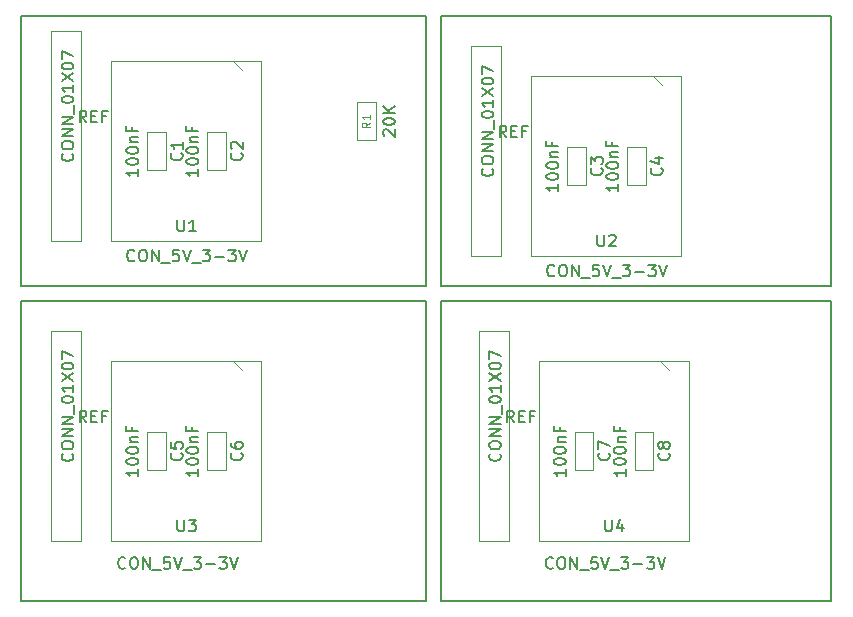
<source format=gbr>
G04 #@! TF.FileFunction,Other,Fab,Top*
%FSLAX46Y46*%
G04 Gerber Fmt 4.6, Leading zero omitted, Abs format (unit mm)*
G04 Created by KiCad (PCBNEW 4.0.7) date 08/25/18 10:58:17*
%MOMM*%
%LPD*%
G01*
G04 APERTURE LIST*
%ADD10C,0.100000*%
%ADD11C,0.200000*%
%ADD12C,0.120000*%
%ADD13C,0.150000*%
%ADD14C,0.105000*%
G04 APERTURE END LIST*
D10*
D11*
X143510000Y-113030000D02*
X176530000Y-113030000D01*
X176530000Y-87630000D02*
X176530000Y-113030000D01*
X143510000Y-87630000D02*
X176530000Y-87630000D01*
X143510000Y-113030000D02*
X143510000Y-87630000D01*
X142240000Y-87630000D02*
X142240000Y-110490000D01*
X107950000Y-87630000D02*
X142240000Y-87630000D01*
X107950000Y-110490000D02*
X107950000Y-87630000D01*
X107950000Y-113030000D02*
X107950000Y-110490000D01*
X142240000Y-113030000D02*
X107950000Y-113030000D01*
X142240000Y-110490000D02*
X142240000Y-113030000D01*
X107950000Y-113030000D02*
X107950000Y-110490000D01*
X142240000Y-113030000D02*
X107950000Y-113030000D01*
X142240000Y-110490000D02*
X142240000Y-113030000D01*
X176530000Y-63500000D02*
X143510000Y-63500000D01*
X176530000Y-86360000D02*
X176530000Y-63500000D01*
X143510000Y-86360000D02*
X176530000Y-86360000D01*
X143510000Y-63500000D02*
X143510000Y-86360000D01*
X142240000Y-86360000D02*
X142240000Y-63500000D01*
X107950000Y-86360000D02*
X142240000Y-86360000D01*
X107950000Y-63500000D02*
X107950000Y-86360000D01*
X142240000Y-63500000D02*
X107950000Y-63500000D01*
D10*
X146685000Y-102870000D02*
X146685000Y-107950000D01*
X146685000Y-107950000D02*
X149225000Y-107950000D01*
X149225000Y-107950000D02*
X149225000Y-102870000D01*
X146685000Y-90170000D02*
X146685000Y-102870000D01*
X149225000Y-102870000D02*
X149225000Y-90170000D01*
X149225000Y-90170000D02*
X146685000Y-90170000D01*
X110490000Y-102870000D02*
X110490000Y-107950000D01*
X110490000Y-107950000D02*
X113030000Y-107950000D01*
X113030000Y-107950000D02*
X113030000Y-102870000D01*
X110490000Y-90170000D02*
X110490000Y-102870000D01*
X113030000Y-102870000D02*
X113030000Y-90170000D01*
X113030000Y-90170000D02*
X110490000Y-90170000D01*
X146050000Y-78740000D02*
X146050000Y-83820000D01*
X146050000Y-83820000D02*
X148590000Y-83820000D01*
X148590000Y-83820000D02*
X148590000Y-78740000D01*
X146050000Y-66040000D02*
X146050000Y-78740000D01*
X148590000Y-78740000D02*
X148590000Y-66040000D01*
X148590000Y-66040000D02*
X146050000Y-66040000D01*
X110490000Y-77470000D02*
X110490000Y-82550000D01*
X110490000Y-82550000D02*
X113030000Y-82550000D01*
X113030000Y-82550000D02*
X113030000Y-77470000D01*
X110490000Y-64770000D02*
X110490000Y-77470000D01*
X113030000Y-77470000D02*
X113030000Y-64770000D01*
X113030000Y-64770000D02*
X110490000Y-64770000D01*
X118580000Y-73330000D02*
X120180000Y-73330000D01*
X118580000Y-76530000D02*
X118580000Y-73330000D01*
X120180000Y-76530000D02*
X118580000Y-76530000D01*
X120180000Y-73330000D02*
X120180000Y-76530000D01*
X123660000Y-73330000D02*
X125260000Y-73330000D01*
X123660000Y-76530000D02*
X123660000Y-73330000D01*
X125260000Y-76530000D02*
X123660000Y-76530000D01*
X125260000Y-73330000D02*
X125260000Y-76530000D01*
X154140000Y-74600000D02*
X155740000Y-74600000D01*
X154140000Y-77800000D02*
X154140000Y-74600000D01*
X155740000Y-77800000D02*
X154140000Y-77800000D01*
X155740000Y-74600000D02*
X155740000Y-77800000D01*
X159220000Y-74600000D02*
X160820000Y-74600000D01*
X159220000Y-77800000D02*
X159220000Y-74600000D01*
X160820000Y-77800000D02*
X159220000Y-77800000D01*
X160820000Y-74600000D02*
X160820000Y-77800000D01*
D12*
X115570000Y-82550000D02*
X128270000Y-82550000D01*
X115570000Y-67310000D02*
X115570000Y-82550000D01*
X128270000Y-82550000D02*
X128270000Y-67310000D01*
X125857000Y-67310000D02*
X126619000Y-68072000D01*
D10*
X118350000Y-67310000D02*
X126490000Y-67310000D01*
X128270000Y-67310000D02*
X115570000Y-67310000D01*
D12*
X151130000Y-83820000D02*
X163830000Y-83820000D01*
X151130000Y-68580000D02*
X151130000Y-83820000D01*
X163830000Y-83820000D02*
X163830000Y-68580000D01*
X161417000Y-68580000D02*
X162179000Y-69342000D01*
D10*
X153910000Y-68580000D02*
X162050000Y-68580000D01*
X163830000Y-68580000D02*
X151130000Y-68580000D01*
X137960000Y-73990000D02*
X136360000Y-73990000D01*
X137960000Y-70790000D02*
X137960000Y-73990000D01*
X136360000Y-70790000D02*
X137960000Y-70790000D01*
X136360000Y-73990000D02*
X136360000Y-70790000D01*
X118580000Y-98730000D02*
X120180000Y-98730000D01*
X118580000Y-101930000D02*
X118580000Y-98730000D01*
X120180000Y-101930000D02*
X118580000Y-101930000D01*
X120180000Y-98730000D02*
X120180000Y-101930000D01*
X123660000Y-98730000D02*
X125260000Y-98730000D01*
X123660000Y-101930000D02*
X123660000Y-98730000D01*
X125260000Y-101930000D02*
X123660000Y-101930000D01*
X125260000Y-98730000D02*
X125260000Y-101930000D01*
D12*
X115570000Y-107950000D02*
X128270000Y-107950000D01*
X115570000Y-92710000D02*
X115570000Y-107950000D01*
X128270000Y-107950000D02*
X128270000Y-92710000D01*
X125857000Y-92710000D02*
X126619000Y-93472000D01*
D10*
X118350000Y-92710000D02*
X126490000Y-92710000D01*
X128270000Y-92710000D02*
X115570000Y-92710000D01*
X154775000Y-98730000D02*
X156375000Y-98730000D01*
X154775000Y-101930000D02*
X154775000Y-98730000D01*
X156375000Y-101930000D02*
X154775000Y-101930000D01*
X156375000Y-98730000D02*
X156375000Y-101930000D01*
X159855000Y-98730000D02*
X161455000Y-98730000D01*
X159855000Y-101930000D02*
X159855000Y-98730000D01*
X161455000Y-101930000D02*
X159855000Y-101930000D01*
X161455000Y-98730000D02*
X161455000Y-101930000D01*
D12*
X151765000Y-107950000D02*
X164465000Y-107950000D01*
X151765000Y-92710000D02*
X151765000Y-107950000D01*
X164465000Y-107950000D02*
X164465000Y-92710000D01*
X162052000Y-92710000D02*
X162814000Y-93472000D01*
D10*
X154545000Y-92710000D02*
X162685000Y-92710000D01*
X164465000Y-92710000D02*
X151765000Y-92710000D01*
D13*
X148439143Y-100543809D02*
X148486762Y-100591428D01*
X148534381Y-100734285D01*
X148534381Y-100829523D01*
X148486762Y-100972381D01*
X148391524Y-101067619D01*
X148296286Y-101115238D01*
X148105810Y-101162857D01*
X147962952Y-101162857D01*
X147772476Y-101115238D01*
X147677238Y-101067619D01*
X147582000Y-100972381D01*
X147534381Y-100829523D01*
X147534381Y-100734285D01*
X147582000Y-100591428D01*
X147629619Y-100543809D01*
X147534381Y-99924762D02*
X147534381Y-99734285D01*
X147582000Y-99639047D01*
X147677238Y-99543809D01*
X147867714Y-99496190D01*
X148201048Y-99496190D01*
X148391524Y-99543809D01*
X148486762Y-99639047D01*
X148534381Y-99734285D01*
X148534381Y-99924762D01*
X148486762Y-100020000D01*
X148391524Y-100115238D01*
X148201048Y-100162857D01*
X147867714Y-100162857D01*
X147677238Y-100115238D01*
X147582000Y-100020000D01*
X147534381Y-99924762D01*
X148534381Y-99067619D02*
X147534381Y-99067619D01*
X148534381Y-98496190D01*
X147534381Y-98496190D01*
X148534381Y-98020000D02*
X147534381Y-98020000D01*
X148534381Y-97448571D01*
X147534381Y-97448571D01*
X148629619Y-97210476D02*
X148629619Y-96448571D01*
X147534381Y-96020000D02*
X147534381Y-95924761D01*
X147582000Y-95829523D01*
X147629619Y-95781904D01*
X147724857Y-95734285D01*
X147915333Y-95686666D01*
X148153429Y-95686666D01*
X148343905Y-95734285D01*
X148439143Y-95781904D01*
X148486762Y-95829523D01*
X148534381Y-95924761D01*
X148534381Y-96020000D01*
X148486762Y-96115238D01*
X148439143Y-96162857D01*
X148343905Y-96210476D01*
X148153429Y-96258095D01*
X147915333Y-96258095D01*
X147724857Y-96210476D01*
X147629619Y-96162857D01*
X147582000Y-96115238D01*
X147534381Y-96020000D01*
X148534381Y-94734285D02*
X148534381Y-95305714D01*
X148534381Y-95020000D02*
X147534381Y-95020000D01*
X147677238Y-95115238D01*
X147772476Y-95210476D01*
X147820095Y-95305714D01*
X147534381Y-94400952D02*
X148534381Y-93734285D01*
X147534381Y-93734285D02*
X148534381Y-94400952D01*
X147534381Y-93162857D02*
X147534381Y-93067618D01*
X147582000Y-92972380D01*
X147629619Y-92924761D01*
X147724857Y-92877142D01*
X147915333Y-92829523D01*
X148153429Y-92829523D01*
X148343905Y-92877142D01*
X148439143Y-92924761D01*
X148486762Y-92972380D01*
X148534381Y-93067618D01*
X148534381Y-93162857D01*
X148486762Y-93258095D01*
X148439143Y-93305714D01*
X148343905Y-93353333D01*
X148153429Y-93400952D01*
X147915333Y-93400952D01*
X147724857Y-93353333D01*
X147629619Y-93305714D01*
X147582000Y-93258095D01*
X147534381Y-93162857D01*
X147534381Y-92496190D02*
X147534381Y-91829523D01*
X148534381Y-92258095D01*
X149633572Y-97892381D02*
X149300238Y-97416190D01*
X149062143Y-97892381D02*
X149062143Y-96892381D01*
X149443096Y-96892381D01*
X149538334Y-96940000D01*
X149585953Y-96987619D01*
X149633572Y-97082857D01*
X149633572Y-97225714D01*
X149585953Y-97320952D01*
X149538334Y-97368571D01*
X149443096Y-97416190D01*
X149062143Y-97416190D01*
X150062143Y-97368571D02*
X150395477Y-97368571D01*
X150538334Y-97892381D02*
X150062143Y-97892381D01*
X150062143Y-96892381D01*
X150538334Y-96892381D01*
X151300239Y-97368571D02*
X150966905Y-97368571D01*
X150966905Y-97892381D02*
X150966905Y-96892381D01*
X151443096Y-96892381D01*
X112244143Y-100543809D02*
X112291762Y-100591428D01*
X112339381Y-100734285D01*
X112339381Y-100829523D01*
X112291762Y-100972381D01*
X112196524Y-101067619D01*
X112101286Y-101115238D01*
X111910810Y-101162857D01*
X111767952Y-101162857D01*
X111577476Y-101115238D01*
X111482238Y-101067619D01*
X111387000Y-100972381D01*
X111339381Y-100829523D01*
X111339381Y-100734285D01*
X111387000Y-100591428D01*
X111434619Y-100543809D01*
X111339381Y-99924762D02*
X111339381Y-99734285D01*
X111387000Y-99639047D01*
X111482238Y-99543809D01*
X111672714Y-99496190D01*
X112006048Y-99496190D01*
X112196524Y-99543809D01*
X112291762Y-99639047D01*
X112339381Y-99734285D01*
X112339381Y-99924762D01*
X112291762Y-100020000D01*
X112196524Y-100115238D01*
X112006048Y-100162857D01*
X111672714Y-100162857D01*
X111482238Y-100115238D01*
X111387000Y-100020000D01*
X111339381Y-99924762D01*
X112339381Y-99067619D02*
X111339381Y-99067619D01*
X112339381Y-98496190D01*
X111339381Y-98496190D01*
X112339381Y-98020000D02*
X111339381Y-98020000D01*
X112339381Y-97448571D01*
X111339381Y-97448571D01*
X112434619Y-97210476D02*
X112434619Y-96448571D01*
X111339381Y-96020000D02*
X111339381Y-95924761D01*
X111387000Y-95829523D01*
X111434619Y-95781904D01*
X111529857Y-95734285D01*
X111720333Y-95686666D01*
X111958429Y-95686666D01*
X112148905Y-95734285D01*
X112244143Y-95781904D01*
X112291762Y-95829523D01*
X112339381Y-95924761D01*
X112339381Y-96020000D01*
X112291762Y-96115238D01*
X112244143Y-96162857D01*
X112148905Y-96210476D01*
X111958429Y-96258095D01*
X111720333Y-96258095D01*
X111529857Y-96210476D01*
X111434619Y-96162857D01*
X111387000Y-96115238D01*
X111339381Y-96020000D01*
X112339381Y-94734285D02*
X112339381Y-95305714D01*
X112339381Y-95020000D02*
X111339381Y-95020000D01*
X111482238Y-95115238D01*
X111577476Y-95210476D01*
X111625095Y-95305714D01*
X111339381Y-94400952D02*
X112339381Y-93734285D01*
X111339381Y-93734285D02*
X112339381Y-94400952D01*
X111339381Y-93162857D02*
X111339381Y-93067618D01*
X111387000Y-92972380D01*
X111434619Y-92924761D01*
X111529857Y-92877142D01*
X111720333Y-92829523D01*
X111958429Y-92829523D01*
X112148905Y-92877142D01*
X112244143Y-92924761D01*
X112291762Y-92972380D01*
X112339381Y-93067618D01*
X112339381Y-93162857D01*
X112291762Y-93258095D01*
X112244143Y-93305714D01*
X112148905Y-93353333D01*
X111958429Y-93400952D01*
X111720333Y-93400952D01*
X111529857Y-93353333D01*
X111434619Y-93305714D01*
X111387000Y-93258095D01*
X111339381Y-93162857D01*
X111339381Y-92496190D02*
X111339381Y-91829523D01*
X112339381Y-92258095D01*
X113438572Y-97892381D02*
X113105238Y-97416190D01*
X112867143Y-97892381D02*
X112867143Y-96892381D01*
X113248096Y-96892381D01*
X113343334Y-96940000D01*
X113390953Y-96987619D01*
X113438572Y-97082857D01*
X113438572Y-97225714D01*
X113390953Y-97320952D01*
X113343334Y-97368571D01*
X113248096Y-97416190D01*
X112867143Y-97416190D01*
X113867143Y-97368571D02*
X114200477Y-97368571D01*
X114343334Y-97892381D02*
X113867143Y-97892381D01*
X113867143Y-96892381D01*
X114343334Y-96892381D01*
X115105239Y-97368571D02*
X114771905Y-97368571D01*
X114771905Y-97892381D02*
X114771905Y-96892381D01*
X115248096Y-96892381D01*
X147804143Y-76413809D02*
X147851762Y-76461428D01*
X147899381Y-76604285D01*
X147899381Y-76699523D01*
X147851762Y-76842381D01*
X147756524Y-76937619D01*
X147661286Y-76985238D01*
X147470810Y-77032857D01*
X147327952Y-77032857D01*
X147137476Y-76985238D01*
X147042238Y-76937619D01*
X146947000Y-76842381D01*
X146899381Y-76699523D01*
X146899381Y-76604285D01*
X146947000Y-76461428D01*
X146994619Y-76413809D01*
X146899381Y-75794762D02*
X146899381Y-75604285D01*
X146947000Y-75509047D01*
X147042238Y-75413809D01*
X147232714Y-75366190D01*
X147566048Y-75366190D01*
X147756524Y-75413809D01*
X147851762Y-75509047D01*
X147899381Y-75604285D01*
X147899381Y-75794762D01*
X147851762Y-75890000D01*
X147756524Y-75985238D01*
X147566048Y-76032857D01*
X147232714Y-76032857D01*
X147042238Y-75985238D01*
X146947000Y-75890000D01*
X146899381Y-75794762D01*
X147899381Y-74937619D02*
X146899381Y-74937619D01*
X147899381Y-74366190D01*
X146899381Y-74366190D01*
X147899381Y-73890000D02*
X146899381Y-73890000D01*
X147899381Y-73318571D01*
X146899381Y-73318571D01*
X147994619Y-73080476D02*
X147994619Y-72318571D01*
X146899381Y-71890000D02*
X146899381Y-71794761D01*
X146947000Y-71699523D01*
X146994619Y-71651904D01*
X147089857Y-71604285D01*
X147280333Y-71556666D01*
X147518429Y-71556666D01*
X147708905Y-71604285D01*
X147804143Y-71651904D01*
X147851762Y-71699523D01*
X147899381Y-71794761D01*
X147899381Y-71890000D01*
X147851762Y-71985238D01*
X147804143Y-72032857D01*
X147708905Y-72080476D01*
X147518429Y-72128095D01*
X147280333Y-72128095D01*
X147089857Y-72080476D01*
X146994619Y-72032857D01*
X146947000Y-71985238D01*
X146899381Y-71890000D01*
X147899381Y-70604285D02*
X147899381Y-71175714D01*
X147899381Y-70890000D02*
X146899381Y-70890000D01*
X147042238Y-70985238D01*
X147137476Y-71080476D01*
X147185095Y-71175714D01*
X146899381Y-70270952D02*
X147899381Y-69604285D01*
X146899381Y-69604285D02*
X147899381Y-70270952D01*
X146899381Y-69032857D02*
X146899381Y-68937618D01*
X146947000Y-68842380D01*
X146994619Y-68794761D01*
X147089857Y-68747142D01*
X147280333Y-68699523D01*
X147518429Y-68699523D01*
X147708905Y-68747142D01*
X147804143Y-68794761D01*
X147851762Y-68842380D01*
X147899381Y-68937618D01*
X147899381Y-69032857D01*
X147851762Y-69128095D01*
X147804143Y-69175714D01*
X147708905Y-69223333D01*
X147518429Y-69270952D01*
X147280333Y-69270952D01*
X147089857Y-69223333D01*
X146994619Y-69175714D01*
X146947000Y-69128095D01*
X146899381Y-69032857D01*
X146899381Y-68366190D02*
X146899381Y-67699523D01*
X147899381Y-68128095D01*
X148998572Y-73762381D02*
X148665238Y-73286190D01*
X148427143Y-73762381D02*
X148427143Y-72762381D01*
X148808096Y-72762381D01*
X148903334Y-72810000D01*
X148950953Y-72857619D01*
X148998572Y-72952857D01*
X148998572Y-73095714D01*
X148950953Y-73190952D01*
X148903334Y-73238571D01*
X148808096Y-73286190D01*
X148427143Y-73286190D01*
X149427143Y-73238571D02*
X149760477Y-73238571D01*
X149903334Y-73762381D02*
X149427143Y-73762381D01*
X149427143Y-72762381D01*
X149903334Y-72762381D01*
X150665239Y-73238571D02*
X150331905Y-73238571D01*
X150331905Y-73762381D02*
X150331905Y-72762381D01*
X150808096Y-72762381D01*
X112244143Y-75143809D02*
X112291762Y-75191428D01*
X112339381Y-75334285D01*
X112339381Y-75429523D01*
X112291762Y-75572381D01*
X112196524Y-75667619D01*
X112101286Y-75715238D01*
X111910810Y-75762857D01*
X111767952Y-75762857D01*
X111577476Y-75715238D01*
X111482238Y-75667619D01*
X111387000Y-75572381D01*
X111339381Y-75429523D01*
X111339381Y-75334285D01*
X111387000Y-75191428D01*
X111434619Y-75143809D01*
X111339381Y-74524762D02*
X111339381Y-74334285D01*
X111387000Y-74239047D01*
X111482238Y-74143809D01*
X111672714Y-74096190D01*
X112006048Y-74096190D01*
X112196524Y-74143809D01*
X112291762Y-74239047D01*
X112339381Y-74334285D01*
X112339381Y-74524762D01*
X112291762Y-74620000D01*
X112196524Y-74715238D01*
X112006048Y-74762857D01*
X111672714Y-74762857D01*
X111482238Y-74715238D01*
X111387000Y-74620000D01*
X111339381Y-74524762D01*
X112339381Y-73667619D02*
X111339381Y-73667619D01*
X112339381Y-73096190D01*
X111339381Y-73096190D01*
X112339381Y-72620000D02*
X111339381Y-72620000D01*
X112339381Y-72048571D01*
X111339381Y-72048571D01*
X112434619Y-71810476D02*
X112434619Y-71048571D01*
X111339381Y-70620000D02*
X111339381Y-70524761D01*
X111387000Y-70429523D01*
X111434619Y-70381904D01*
X111529857Y-70334285D01*
X111720333Y-70286666D01*
X111958429Y-70286666D01*
X112148905Y-70334285D01*
X112244143Y-70381904D01*
X112291762Y-70429523D01*
X112339381Y-70524761D01*
X112339381Y-70620000D01*
X112291762Y-70715238D01*
X112244143Y-70762857D01*
X112148905Y-70810476D01*
X111958429Y-70858095D01*
X111720333Y-70858095D01*
X111529857Y-70810476D01*
X111434619Y-70762857D01*
X111387000Y-70715238D01*
X111339381Y-70620000D01*
X112339381Y-69334285D02*
X112339381Y-69905714D01*
X112339381Y-69620000D02*
X111339381Y-69620000D01*
X111482238Y-69715238D01*
X111577476Y-69810476D01*
X111625095Y-69905714D01*
X111339381Y-69000952D02*
X112339381Y-68334285D01*
X111339381Y-68334285D02*
X112339381Y-69000952D01*
X111339381Y-67762857D02*
X111339381Y-67667618D01*
X111387000Y-67572380D01*
X111434619Y-67524761D01*
X111529857Y-67477142D01*
X111720333Y-67429523D01*
X111958429Y-67429523D01*
X112148905Y-67477142D01*
X112244143Y-67524761D01*
X112291762Y-67572380D01*
X112339381Y-67667618D01*
X112339381Y-67762857D01*
X112291762Y-67858095D01*
X112244143Y-67905714D01*
X112148905Y-67953333D01*
X111958429Y-68000952D01*
X111720333Y-68000952D01*
X111529857Y-67953333D01*
X111434619Y-67905714D01*
X111387000Y-67858095D01*
X111339381Y-67762857D01*
X111339381Y-67096190D02*
X111339381Y-66429523D01*
X112339381Y-66858095D01*
X113438572Y-72492381D02*
X113105238Y-72016190D01*
X112867143Y-72492381D02*
X112867143Y-71492381D01*
X113248096Y-71492381D01*
X113343334Y-71540000D01*
X113390953Y-71587619D01*
X113438572Y-71682857D01*
X113438572Y-71825714D01*
X113390953Y-71920952D01*
X113343334Y-71968571D01*
X113248096Y-72016190D01*
X112867143Y-72016190D01*
X113867143Y-71968571D02*
X114200477Y-71968571D01*
X114343334Y-72492381D02*
X113867143Y-72492381D01*
X113867143Y-71492381D01*
X114343334Y-71492381D01*
X115105239Y-71968571D02*
X114771905Y-71968571D01*
X114771905Y-72492381D02*
X114771905Y-71492381D01*
X115248096Y-71492381D01*
X117832381Y-76477619D02*
X117832381Y-77049048D01*
X117832381Y-76763334D02*
X116832381Y-76763334D01*
X116975238Y-76858572D01*
X117070476Y-76953810D01*
X117118095Y-77049048D01*
X116832381Y-75858572D02*
X116832381Y-75763333D01*
X116880000Y-75668095D01*
X116927619Y-75620476D01*
X117022857Y-75572857D01*
X117213333Y-75525238D01*
X117451429Y-75525238D01*
X117641905Y-75572857D01*
X117737143Y-75620476D01*
X117784762Y-75668095D01*
X117832381Y-75763333D01*
X117832381Y-75858572D01*
X117784762Y-75953810D01*
X117737143Y-76001429D01*
X117641905Y-76049048D01*
X117451429Y-76096667D01*
X117213333Y-76096667D01*
X117022857Y-76049048D01*
X116927619Y-76001429D01*
X116880000Y-75953810D01*
X116832381Y-75858572D01*
X116832381Y-74906191D02*
X116832381Y-74810952D01*
X116880000Y-74715714D01*
X116927619Y-74668095D01*
X117022857Y-74620476D01*
X117213333Y-74572857D01*
X117451429Y-74572857D01*
X117641905Y-74620476D01*
X117737143Y-74668095D01*
X117784762Y-74715714D01*
X117832381Y-74810952D01*
X117832381Y-74906191D01*
X117784762Y-75001429D01*
X117737143Y-75049048D01*
X117641905Y-75096667D01*
X117451429Y-75144286D01*
X117213333Y-75144286D01*
X117022857Y-75096667D01*
X116927619Y-75049048D01*
X116880000Y-75001429D01*
X116832381Y-74906191D01*
X117165714Y-74144286D02*
X117832381Y-74144286D01*
X117260952Y-74144286D02*
X117213333Y-74096667D01*
X117165714Y-74001429D01*
X117165714Y-73858571D01*
X117213333Y-73763333D01*
X117308571Y-73715714D01*
X117832381Y-73715714D01*
X117308571Y-72906190D02*
X117308571Y-73239524D01*
X117832381Y-73239524D02*
X116832381Y-73239524D01*
X116832381Y-72763333D01*
X121487143Y-75096666D02*
X121534762Y-75144285D01*
X121582381Y-75287142D01*
X121582381Y-75382380D01*
X121534762Y-75525238D01*
X121439524Y-75620476D01*
X121344286Y-75668095D01*
X121153810Y-75715714D01*
X121010952Y-75715714D01*
X120820476Y-75668095D01*
X120725238Y-75620476D01*
X120630000Y-75525238D01*
X120582381Y-75382380D01*
X120582381Y-75287142D01*
X120630000Y-75144285D01*
X120677619Y-75096666D01*
X121582381Y-74144285D02*
X121582381Y-74715714D01*
X121582381Y-74430000D02*
X120582381Y-74430000D01*
X120725238Y-74525238D01*
X120820476Y-74620476D01*
X120868095Y-74715714D01*
X122912381Y-76477619D02*
X122912381Y-77049048D01*
X122912381Y-76763334D02*
X121912381Y-76763334D01*
X122055238Y-76858572D01*
X122150476Y-76953810D01*
X122198095Y-77049048D01*
X121912381Y-75858572D02*
X121912381Y-75763333D01*
X121960000Y-75668095D01*
X122007619Y-75620476D01*
X122102857Y-75572857D01*
X122293333Y-75525238D01*
X122531429Y-75525238D01*
X122721905Y-75572857D01*
X122817143Y-75620476D01*
X122864762Y-75668095D01*
X122912381Y-75763333D01*
X122912381Y-75858572D01*
X122864762Y-75953810D01*
X122817143Y-76001429D01*
X122721905Y-76049048D01*
X122531429Y-76096667D01*
X122293333Y-76096667D01*
X122102857Y-76049048D01*
X122007619Y-76001429D01*
X121960000Y-75953810D01*
X121912381Y-75858572D01*
X121912381Y-74906191D02*
X121912381Y-74810952D01*
X121960000Y-74715714D01*
X122007619Y-74668095D01*
X122102857Y-74620476D01*
X122293333Y-74572857D01*
X122531429Y-74572857D01*
X122721905Y-74620476D01*
X122817143Y-74668095D01*
X122864762Y-74715714D01*
X122912381Y-74810952D01*
X122912381Y-74906191D01*
X122864762Y-75001429D01*
X122817143Y-75049048D01*
X122721905Y-75096667D01*
X122531429Y-75144286D01*
X122293333Y-75144286D01*
X122102857Y-75096667D01*
X122007619Y-75049048D01*
X121960000Y-75001429D01*
X121912381Y-74906191D01*
X122245714Y-74144286D02*
X122912381Y-74144286D01*
X122340952Y-74144286D02*
X122293333Y-74096667D01*
X122245714Y-74001429D01*
X122245714Y-73858571D01*
X122293333Y-73763333D01*
X122388571Y-73715714D01*
X122912381Y-73715714D01*
X122388571Y-72906190D02*
X122388571Y-73239524D01*
X122912381Y-73239524D02*
X121912381Y-73239524D01*
X121912381Y-72763333D01*
X126567143Y-75096666D02*
X126614762Y-75144285D01*
X126662381Y-75287142D01*
X126662381Y-75382380D01*
X126614762Y-75525238D01*
X126519524Y-75620476D01*
X126424286Y-75668095D01*
X126233810Y-75715714D01*
X126090952Y-75715714D01*
X125900476Y-75668095D01*
X125805238Y-75620476D01*
X125710000Y-75525238D01*
X125662381Y-75382380D01*
X125662381Y-75287142D01*
X125710000Y-75144285D01*
X125757619Y-75096666D01*
X125757619Y-74715714D02*
X125710000Y-74668095D01*
X125662381Y-74572857D01*
X125662381Y-74334761D01*
X125710000Y-74239523D01*
X125757619Y-74191904D01*
X125852857Y-74144285D01*
X125948095Y-74144285D01*
X126090952Y-74191904D01*
X126662381Y-74763333D01*
X126662381Y-74144285D01*
X153392381Y-77747619D02*
X153392381Y-78319048D01*
X153392381Y-78033334D02*
X152392381Y-78033334D01*
X152535238Y-78128572D01*
X152630476Y-78223810D01*
X152678095Y-78319048D01*
X152392381Y-77128572D02*
X152392381Y-77033333D01*
X152440000Y-76938095D01*
X152487619Y-76890476D01*
X152582857Y-76842857D01*
X152773333Y-76795238D01*
X153011429Y-76795238D01*
X153201905Y-76842857D01*
X153297143Y-76890476D01*
X153344762Y-76938095D01*
X153392381Y-77033333D01*
X153392381Y-77128572D01*
X153344762Y-77223810D01*
X153297143Y-77271429D01*
X153201905Y-77319048D01*
X153011429Y-77366667D01*
X152773333Y-77366667D01*
X152582857Y-77319048D01*
X152487619Y-77271429D01*
X152440000Y-77223810D01*
X152392381Y-77128572D01*
X152392381Y-76176191D02*
X152392381Y-76080952D01*
X152440000Y-75985714D01*
X152487619Y-75938095D01*
X152582857Y-75890476D01*
X152773333Y-75842857D01*
X153011429Y-75842857D01*
X153201905Y-75890476D01*
X153297143Y-75938095D01*
X153344762Y-75985714D01*
X153392381Y-76080952D01*
X153392381Y-76176191D01*
X153344762Y-76271429D01*
X153297143Y-76319048D01*
X153201905Y-76366667D01*
X153011429Y-76414286D01*
X152773333Y-76414286D01*
X152582857Y-76366667D01*
X152487619Y-76319048D01*
X152440000Y-76271429D01*
X152392381Y-76176191D01*
X152725714Y-75414286D02*
X153392381Y-75414286D01*
X152820952Y-75414286D02*
X152773333Y-75366667D01*
X152725714Y-75271429D01*
X152725714Y-75128571D01*
X152773333Y-75033333D01*
X152868571Y-74985714D01*
X153392381Y-74985714D01*
X152868571Y-74176190D02*
X152868571Y-74509524D01*
X153392381Y-74509524D02*
X152392381Y-74509524D01*
X152392381Y-74033333D01*
X157047143Y-76366666D02*
X157094762Y-76414285D01*
X157142381Y-76557142D01*
X157142381Y-76652380D01*
X157094762Y-76795238D01*
X156999524Y-76890476D01*
X156904286Y-76938095D01*
X156713810Y-76985714D01*
X156570952Y-76985714D01*
X156380476Y-76938095D01*
X156285238Y-76890476D01*
X156190000Y-76795238D01*
X156142381Y-76652380D01*
X156142381Y-76557142D01*
X156190000Y-76414285D01*
X156237619Y-76366666D01*
X156142381Y-76033333D02*
X156142381Y-75414285D01*
X156523333Y-75747619D01*
X156523333Y-75604761D01*
X156570952Y-75509523D01*
X156618571Y-75461904D01*
X156713810Y-75414285D01*
X156951905Y-75414285D01*
X157047143Y-75461904D01*
X157094762Y-75509523D01*
X157142381Y-75604761D01*
X157142381Y-75890476D01*
X157094762Y-75985714D01*
X157047143Y-76033333D01*
X158472381Y-77747619D02*
X158472381Y-78319048D01*
X158472381Y-78033334D02*
X157472381Y-78033334D01*
X157615238Y-78128572D01*
X157710476Y-78223810D01*
X157758095Y-78319048D01*
X157472381Y-77128572D02*
X157472381Y-77033333D01*
X157520000Y-76938095D01*
X157567619Y-76890476D01*
X157662857Y-76842857D01*
X157853333Y-76795238D01*
X158091429Y-76795238D01*
X158281905Y-76842857D01*
X158377143Y-76890476D01*
X158424762Y-76938095D01*
X158472381Y-77033333D01*
X158472381Y-77128572D01*
X158424762Y-77223810D01*
X158377143Y-77271429D01*
X158281905Y-77319048D01*
X158091429Y-77366667D01*
X157853333Y-77366667D01*
X157662857Y-77319048D01*
X157567619Y-77271429D01*
X157520000Y-77223810D01*
X157472381Y-77128572D01*
X157472381Y-76176191D02*
X157472381Y-76080952D01*
X157520000Y-75985714D01*
X157567619Y-75938095D01*
X157662857Y-75890476D01*
X157853333Y-75842857D01*
X158091429Y-75842857D01*
X158281905Y-75890476D01*
X158377143Y-75938095D01*
X158424762Y-75985714D01*
X158472381Y-76080952D01*
X158472381Y-76176191D01*
X158424762Y-76271429D01*
X158377143Y-76319048D01*
X158281905Y-76366667D01*
X158091429Y-76414286D01*
X157853333Y-76414286D01*
X157662857Y-76366667D01*
X157567619Y-76319048D01*
X157520000Y-76271429D01*
X157472381Y-76176191D01*
X157805714Y-75414286D02*
X158472381Y-75414286D01*
X157900952Y-75414286D02*
X157853333Y-75366667D01*
X157805714Y-75271429D01*
X157805714Y-75128571D01*
X157853333Y-75033333D01*
X157948571Y-74985714D01*
X158472381Y-74985714D01*
X157948571Y-74176190D02*
X157948571Y-74509524D01*
X158472381Y-74509524D02*
X157472381Y-74509524D01*
X157472381Y-74033333D01*
X162127143Y-76366666D02*
X162174762Y-76414285D01*
X162222381Y-76557142D01*
X162222381Y-76652380D01*
X162174762Y-76795238D01*
X162079524Y-76890476D01*
X161984286Y-76938095D01*
X161793810Y-76985714D01*
X161650952Y-76985714D01*
X161460476Y-76938095D01*
X161365238Y-76890476D01*
X161270000Y-76795238D01*
X161222381Y-76652380D01*
X161222381Y-76557142D01*
X161270000Y-76414285D01*
X161317619Y-76366666D01*
X161555714Y-75509523D02*
X162222381Y-75509523D01*
X161174762Y-75747619D02*
X161889048Y-75985714D01*
X161889048Y-75366666D01*
X117515238Y-84177143D02*
X117467619Y-84224762D01*
X117324762Y-84272381D01*
X117229524Y-84272381D01*
X117086666Y-84224762D01*
X116991428Y-84129524D01*
X116943809Y-84034286D01*
X116896190Y-83843810D01*
X116896190Y-83700952D01*
X116943809Y-83510476D01*
X116991428Y-83415238D01*
X117086666Y-83320000D01*
X117229524Y-83272381D01*
X117324762Y-83272381D01*
X117467619Y-83320000D01*
X117515238Y-83367619D01*
X118134285Y-83272381D02*
X118324762Y-83272381D01*
X118420000Y-83320000D01*
X118515238Y-83415238D01*
X118562857Y-83605714D01*
X118562857Y-83939048D01*
X118515238Y-84129524D01*
X118420000Y-84224762D01*
X118324762Y-84272381D01*
X118134285Y-84272381D01*
X118039047Y-84224762D01*
X117943809Y-84129524D01*
X117896190Y-83939048D01*
X117896190Y-83605714D01*
X117943809Y-83415238D01*
X118039047Y-83320000D01*
X118134285Y-83272381D01*
X118991428Y-84272381D02*
X118991428Y-83272381D01*
X119562857Y-84272381D01*
X119562857Y-83272381D01*
X119800952Y-84367619D02*
X120562857Y-84367619D01*
X121277143Y-83272381D02*
X120800952Y-83272381D01*
X120753333Y-83748571D01*
X120800952Y-83700952D01*
X120896190Y-83653333D01*
X121134286Y-83653333D01*
X121229524Y-83700952D01*
X121277143Y-83748571D01*
X121324762Y-83843810D01*
X121324762Y-84081905D01*
X121277143Y-84177143D01*
X121229524Y-84224762D01*
X121134286Y-84272381D01*
X120896190Y-84272381D01*
X120800952Y-84224762D01*
X120753333Y-84177143D01*
X121610476Y-83272381D02*
X121943809Y-84272381D01*
X122277143Y-83272381D01*
X122372381Y-84367619D02*
X123134286Y-84367619D01*
X123277143Y-83272381D02*
X123896191Y-83272381D01*
X123562857Y-83653333D01*
X123705715Y-83653333D01*
X123800953Y-83700952D01*
X123848572Y-83748571D01*
X123896191Y-83843810D01*
X123896191Y-84081905D01*
X123848572Y-84177143D01*
X123800953Y-84224762D01*
X123705715Y-84272381D01*
X123420000Y-84272381D01*
X123324762Y-84224762D01*
X123277143Y-84177143D01*
X124324762Y-83891429D02*
X125086667Y-83891429D01*
X125467619Y-83272381D02*
X126086667Y-83272381D01*
X125753333Y-83653333D01*
X125896191Y-83653333D01*
X125991429Y-83700952D01*
X126039048Y-83748571D01*
X126086667Y-83843810D01*
X126086667Y-84081905D01*
X126039048Y-84177143D01*
X125991429Y-84224762D01*
X125896191Y-84272381D01*
X125610476Y-84272381D01*
X125515238Y-84224762D01*
X125467619Y-84177143D01*
X126372381Y-83272381D02*
X126705714Y-84272381D01*
X127039048Y-83272381D01*
X121158095Y-80732381D02*
X121158095Y-81541905D01*
X121205714Y-81637143D01*
X121253333Y-81684762D01*
X121348571Y-81732381D01*
X121539048Y-81732381D01*
X121634286Y-81684762D01*
X121681905Y-81637143D01*
X121729524Y-81541905D01*
X121729524Y-80732381D01*
X122729524Y-81732381D02*
X122158095Y-81732381D01*
X122443809Y-81732381D02*
X122443809Y-80732381D01*
X122348571Y-80875238D01*
X122253333Y-80970476D01*
X122158095Y-81018095D01*
X153075238Y-85447143D02*
X153027619Y-85494762D01*
X152884762Y-85542381D01*
X152789524Y-85542381D01*
X152646666Y-85494762D01*
X152551428Y-85399524D01*
X152503809Y-85304286D01*
X152456190Y-85113810D01*
X152456190Y-84970952D01*
X152503809Y-84780476D01*
X152551428Y-84685238D01*
X152646666Y-84590000D01*
X152789524Y-84542381D01*
X152884762Y-84542381D01*
X153027619Y-84590000D01*
X153075238Y-84637619D01*
X153694285Y-84542381D02*
X153884762Y-84542381D01*
X153980000Y-84590000D01*
X154075238Y-84685238D01*
X154122857Y-84875714D01*
X154122857Y-85209048D01*
X154075238Y-85399524D01*
X153980000Y-85494762D01*
X153884762Y-85542381D01*
X153694285Y-85542381D01*
X153599047Y-85494762D01*
X153503809Y-85399524D01*
X153456190Y-85209048D01*
X153456190Y-84875714D01*
X153503809Y-84685238D01*
X153599047Y-84590000D01*
X153694285Y-84542381D01*
X154551428Y-85542381D02*
X154551428Y-84542381D01*
X155122857Y-85542381D01*
X155122857Y-84542381D01*
X155360952Y-85637619D02*
X156122857Y-85637619D01*
X156837143Y-84542381D02*
X156360952Y-84542381D01*
X156313333Y-85018571D01*
X156360952Y-84970952D01*
X156456190Y-84923333D01*
X156694286Y-84923333D01*
X156789524Y-84970952D01*
X156837143Y-85018571D01*
X156884762Y-85113810D01*
X156884762Y-85351905D01*
X156837143Y-85447143D01*
X156789524Y-85494762D01*
X156694286Y-85542381D01*
X156456190Y-85542381D01*
X156360952Y-85494762D01*
X156313333Y-85447143D01*
X157170476Y-84542381D02*
X157503809Y-85542381D01*
X157837143Y-84542381D01*
X157932381Y-85637619D02*
X158694286Y-85637619D01*
X158837143Y-84542381D02*
X159456191Y-84542381D01*
X159122857Y-84923333D01*
X159265715Y-84923333D01*
X159360953Y-84970952D01*
X159408572Y-85018571D01*
X159456191Y-85113810D01*
X159456191Y-85351905D01*
X159408572Y-85447143D01*
X159360953Y-85494762D01*
X159265715Y-85542381D01*
X158980000Y-85542381D01*
X158884762Y-85494762D01*
X158837143Y-85447143D01*
X159884762Y-85161429D02*
X160646667Y-85161429D01*
X161027619Y-84542381D02*
X161646667Y-84542381D01*
X161313333Y-84923333D01*
X161456191Y-84923333D01*
X161551429Y-84970952D01*
X161599048Y-85018571D01*
X161646667Y-85113810D01*
X161646667Y-85351905D01*
X161599048Y-85447143D01*
X161551429Y-85494762D01*
X161456191Y-85542381D01*
X161170476Y-85542381D01*
X161075238Y-85494762D01*
X161027619Y-85447143D01*
X161932381Y-84542381D02*
X162265714Y-85542381D01*
X162599048Y-84542381D01*
X156718095Y-82002381D02*
X156718095Y-82811905D01*
X156765714Y-82907143D01*
X156813333Y-82954762D01*
X156908571Y-83002381D01*
X157099048Y-83002381D01*
X157194286Y-82954762D01*
X157241905Y-82907143D01*
X157289524Y-82811905D01*
X157289524Y-82002381D01*
X157718095Y-82097619D02*
X157765714Y-82050000D01*
X157860952Y-82002381D01*
X158099048Y-82002381D01*
X158194286Y-82050000D01*
X158241905Y-82097619D01*
X158289524Y-82192857D01*
X158289524Y-82288095D01*
X158241905Y-82430952D01*
X157670476Y-83002381D01*
X158289524Y-83002381D01*
X138657619Y-73651905D02*
X138610000Y-73604286D01*
X138562381Y-73509048D01*
X138562381Y-73270952D01*
X138610000Y-73175714D01*
X138657619Y-73128095D01*
X138752857Y-73080476D01*
X138848095Y-73080476D01*
X138990952Y-73128095D01*
X139562381Y-73699524D01*
X139562381Y-73080476D01*
X138562381Y-72461429D02*
X138562381Y-72366190D01*
X138610000Y-72270952D01*
X138657619Y-72223333D01*
X138752857Y-72175714D01*
X138943333Y-72128095D01*
X139181429Y-72128095D01*
X139371905Y-72175714D01*
X139467143Y-72223333D01*
X139514762Y-72270952D01*
X139562381Y-72366190D01*
X139562381Y-72461429D01*
X139514762Y-72556667D01*
X139467143Y-72604286D01*
X139371905Y-72651905D01*
X139181429Y-72699524D01*
X138943333Y-72699524D01*
X138752857Y-72651905D01*
X138657619Y-72604286D01*
X138610000Y-72556667D01*
X138562381Y-72461429D01*
X139562381Y-71699524D02*
X138562381Y-71699524D01*
X139562381Y-71128095D02*
X138990952Y-71556667D01*
X138562381Y-71128095D02*
X139133810Y-71699524D01*
D14*
X137476667Y-72506666D02*
X137143333Y-72740000D01*
X137476667Y-72906666D02*
X136776667Y-72906666D01*
X136776667Y-72640000D01*
X136810000Y-72573333D01*
X136843333Y-72540000D01*
X136910000Y-72506666D01*
X137010000Y-72506666D01*
X137076667Y-72540000D01*
X137110000Y-72573333D01*
X137143333Y-72640000D01*
X137143333Y-72906666D01*
X137476667Y-71840000D02*
X137476667Y-72240000D01*
X137476667Y-72040000D02*
X136776667Y-72040000D01*
X136876667Y-72106666D01*
X136943333Y-72173333D01*
X136976667Y-72240000D01*
D13*
X117832381Y-101877619D02*
X117832381Y-102449048D01*
X117832381Y-102163334D02*
X116832381Y-102163334D01*
X116975238Y-102258572D01*
X117070476Y-102353810D01*
X117118095Y-102449048D01*
X116832381Y-101258572D02*
X116832381Y-101163333D01*
X116880000Y-101068095D01*
X116927619Y-101020476D01*
X117022857Y-100972857D01*
X117213333Y-100925238D01*
X117451429Y-100925238D01*
X117641905Y-100972857D01*
X117737143Y-101020476D01*
X117784762Y-101068095D01*
X117832381Y-101163333D01*
X117832381Y-101258572D01*
X117784762Y-101353810D01*
X117737143Y-101401429D01*
X117641905Y-101449048D01*
X117451429Y-101496667D01*
X117213333Y-101496667D01*
X117022857Y-101449048D01*
X116927619Y-101401429D01*
X116880000Y-101353810D01*
X116832381Y-101258572D01*
X116832381Y-100306191D02*
X116832381Y-100210952D01*
X116880000Y-100115714D01*
X116927619Y-100068095D01*
X117022857Y-100020476D01*
X117213333Y-99972857D01*
X117451429Y-99972857D01*
X117641905Y-100020476D01*
X117737143Y-100068095D01*
X117784762Y-100115714D01*
X117832381Y-100210952D01*
X117832381Y-100306191D01*
X117784762Y-100401429D01*
X117737143Y-100449048D01*
X117641905Y-100496667D01*
X117451429Y-100544286D01*
X117213333Y-100544286D01*
X117022857Y-100496667D01*
X116927619Y-100449048D01*
X116880000Y-100401429D01*
X116832381Y-100306191D01*
X117165714Y-99544286D02*
X117832381Y-99544286D01*
X117260952Y-99544286D02*
X117213333Y-99496667D01*
X117165714Y-99401429D01*
X117165714Y-99258571D01*
X117213333Y-99163333D01*
X117308571Y-99115714D01*
X117832381Y-99115714D01*
X117308571Y-98306190D02*
X117308571Y-98639524D01*
X117832381Y-98639524D02*
X116832381Y-98639524D01*
X116832381Y-98163333D01*
X121487143Y-100496666D02*
X121534762Y-100544285D01*
X121582381Y-100687142D01*
X121582381Y-100782380D01*
X121534762Y-100925238D01*
X121439524Y-101020476D01*
X121344286Y-101068095D01*
X121153810Y-101115714D01*
X121010952Y-101115714D01*
X120820476Y-101068095D01*
X120725238Y-101020476D01*
X120630000Y-100925238D01*
X120582381Y-100782380D01*
X120582381Y-100687142D01*
X120630000Y-100544285D01*
X120677619Y-100496666D01*
X120582381Y-99591904D02*
X120582381Y-100068095D01*
X121058571Y-100115714D01*
X121010952Y-100068095D01*
X120963333Y-99972857D01*
X120963333Y-99734761D01*
X121010952Y-99639523D01*
X121058571Y-99591904D01*
X121153810Y-99544285D01*
X121391905Y-99544285D01*
X121487143Y-99591904D01*
X121534762Y-99639523D01*
X121582381Y-99734761D01*
X121582381Y-99972857D01*
X121534762Y-100068095D01*
X121487143Y-100115714D01*
X122912381Y-101877619D02*
X122912381Y-102449048D01*
X122912381Y-102163334D02*
X121912381Y-102163334D01*
X122055238Y-102258572D01*
X122150476Y-102353810D01*
X122198095Y-102449048D01*
X121912381Y-101258572D02*
X121912381Y-101163333D01*
X121960000Y-101068095D01*
X122007619Y-101020476D01*
X122102857Y-100972857D01*
X122293333Y-100925238D01*
X122531429Y-100925238D01*
X122721905Y-100972857D01*
X122817143Y-101020476D01*
X122864762Y-101068095D01*
X122912381Y-101163333D01*
X122912381Y-101258572D01*
X122864762Y-101353810D01*
X122817143Y-101401429D01*
X122721905Y-101449048D01*
X122531429Y-101496667D01*
X122293333Y-101496667D01*
X122102857Y-101449048D01*
X122007619Y-101401429D01*
X121960000Y-101353810D01*
X121912381Y-101258572D01*
X121912381Y-100306191D02*
X121912381Y-100210952D01*
X121960000Y-100115714D01*
X122007619Y-100068095D01*
X122102857Y-100020476D01*
X122293333Y-99972857D01*
X122531429Y-99972857D01*
X122721905Y-100020476D01*
X122817143Y-100068095D01*
X122864762Y-100115714D01*
X122912381Y-100210952D01*
X122912381Y-100306191D01*
X122864762Y-100401429D01*
X122817143Y-100449048D01*
X122721905Y-100496667D01*
X122531429Y-100544286D01*
X122293333Y-100544286D01*
X122102857Y-100496667D01*
X122007619Y-100449048D01*
X121960000Y-100401429D01*
X121912381Y-100306191D01*
X122245714Y-99544286D02*
X122912381Y-99544286D01*
X122340952Y-99544286D02*
X122293333Y-99496667D01*
X122245714Y-99401429D01*
X122245714Y-99258571D01*
X122293333Y-99163333D01*
X122388571Y-99115714D01*
X122912381Y-99115714D01*
X122388571Y-98306190D02*
X122388571Y-98639524D01*
X122912381Y-98639524D02*
X121912381Y-98639524D01*
X121912381Y-98163333D01*
X126567143Y-100496666D02*
X126614762Y-100544285D01*
X126662381Y-100687142D01*
X126662381Y-100782380D01*
X126614762Y-100925238D01*
X126519524Y-101020476D01*
X126424286Y-101068095D01*
X126233810Y-101115714D01*
X126090952Y-101115714D01*
X125900476Y-101068095D01*
X125805238Y-101020476D01*
X125710000Y-100925238D01*
X125662381Y-100782380D01*
X125662381Y-100687142D01*
X125710000Y-100544285D01*
X125757619Y-100496666D01*
X125662381Y-99639523D02*
X125662381Y-99830000D01*
X125710000Y-99925238D01*
X125757619Y-99972857D01*
X125900476Y-100068095D01*
X126090952Y-100115714D01*
X126471905Y-100115714D01*
X126567143Y-100068095D01*
X126614762Y-100020476D01*
X126662381Y-99925238D01*
X126662381Y-99734761D01*
X126614762Y-99639523D01*
X126567143Y-99591904D01*
X126471905Y-99544285D01*
X126233810Y-99544285D01*
X126138571Y-99591904D01*
X126090952Y-99639523D01*
X126043333Y-99734761D01*
X126043333Y-99925238D01*
X126090952Y-100020476D01*
X126138571Y-100068095D01*
X126233810Y-100115714D01*
X116753238Y-110212143D02*
X116705619Y-110259762D01*
X116562762Y-110307381D01*
X116467524Y-110307381D01*
X116324666Y-110259762D01*
X116229428Y-110164524D01*
X116181809Y-110069286D01*
X116134190Y-109878810D01*
X116134190Y-109735952D01*
X116181809Y-109545476D01*
X116229428Y-109450238D01*
X116324666Y-109355000D01*
X116467524Y-109307381D01*
X116562762Y-109307381D01*
X116705619Y-109355000D01*
X116753238Y-109402619D01*
X117372285Y-109307381D02*
X117562762Y-109307381D01*
X117658000Y-109355000D01*
X117753238Y-109450238D01*
X117800857Y-109640714D01*
X117800857Y-109974048D01*
X117753238Y-110164524D01*
X117658000Y-110259762D01*
X117562762Y-110307381D01*
X117372285Y-110307381D01*
X117277047Y-110259762D01*
X117181809Y-110164524D01*
X117134190Y-109974048D01*
X117134190Y-109640714D01*
X117181809Y-109450238D01*
X117277047Y-109355000D01*
X117372285Y-109307381D01*
X118229428Y-110307381D02*
X118229428Y-109307381D01*
X118800857Y-110307381D01*
X118800857Y-109307381D01*
X119038952Y-110402619D02*
X119800857Y-110402619D01*
X120515143Y-109307381D02*
X120038952Y-109307381D01*
X119991333Y-109783571D01*
X120038952Y-109735952D01*
X120134190Y-109688333D01*
X120372286Y-109688333D01*
X120467524Y-109735952D01*
X120515143Y-109783571D01*
X120562762Y-109878810D01*
X120562762Y-110116905D01*
X120515143Y-110212143D01*
X120467524Y-110259762D01*
X120372286Y-110307381D01*
X120134190Y-110307381D01*
X120038952Y-110259762D01*
X119991333Y-110212143D01*
X120848476Y-109307381D02*
X121181809Y-110307381D01*
X121515143Y-109307381D01*
X121610381Y-110402619D02*
X122372286Y-110402619D01*
X122515143Y-109307381D02*
X123134191Y-109307381D01*
X122800857Y-109688333D01*
X122943715Y-109688333D01*
X123038953Y-109735952D01*
X123086572Y-109783571D01*
X123134191Y-109878810D01*
X123134191Y-110116905D01*
X123086572Y-110212143D01*
X123038953Y-110259762D01*
X122943715Y-110307381D01*
X122658000Y-110307381D01*
X122562762Y-110259762D01*
X122515143Y-110212143D01*
X123562762Y-109926429D02*
X124324667Y-109926429D01*
X124705619Y-109307381D02*
X125324667Y-109307381D01*
X124991333Y-109688333D01*
X125134191Y-109688333D01*
X125229429Y-109735952D01*
X125277048Y-109783571D01*
X125324667Y-109878810D01*
X125324667Y-110116905D01*
X125277048Y-110212143D01*
X125229429Y-110259762D01*
X125134191Y-110307381D01*
X124848476Y-110307381D01*
X124753238Y-110259762D01*
X124705619Y-110212143D01*
X125610381Y-109307381D02*
X125943714Y-110307381D01*
X126277048Y-109307381D01*
X121158095Y-106132381D02*
X121158095Y-106941905D01*
X121205714Y-107037143D01*
X121253333Y-107084762D01*
X121348571Y-107132381D01*
X121539048Y-107132381D01*
X121634286Y-107084762D01*
X121681905Y-107037143D01*
X121729524Y-106941905D01*
X121729524Y-106132381D01*
X122110476Y-106132381D02*
X122729524Y-106132381D01*
X122396190Y-106513333D01*
X122539048Y-106513333D01*
X122634286Y-106560952D01*
X122681905Y-106608571D01*
X122729524Y-106703810D01*
X122729524Y-106941905D01*
X122681905Y-107037143D01*
X122634286Y-107084762D01*
X122539048Y-107132381D01*
X122253333Y-107132381D01*
X122158095Y-107084762D01*
X122110476Y-107037143D01*
X154027381Y-101877619D02*
X154027381Y-102449048D01*
X154027381Y-102163334D02*
X153027381Y-102163334D01*
X153170238Y-102258572D01*
X153265476Y-102353810D01*
X153313095Y-102449048D01*
X153027381Y-101258572D02*
X153027381Y-101163333D01*
X153075000Y-101068095D01*
X153122619Y-101020476D01*
X153217857Y-100972857D01*
X153408333Y-100925238D01*
X153646429Y-100925238D01*
X153836905Y-100972857D01*
X153932143Y-101020476D01*
X153979762Y-101068095D01*
X154027381Y-101163333D01*
X154027381Y-101258572D01*
X153979762Y-101353810D01*
X153932143Y-101401429D01*
X153836905Y-101449048D01*
X153646429Y-101496667D01*
X153408333Y-101496667D01*
X153217857Y-101449048D01*
X153122619Y-101401429D01*
X153075000Y-101353810D01*
X153027381Y-101258572D01*
X153027381Y-100306191D02*
X153027381Y-100210952D01*
X153075000Y-100115714D01*
X153122619Y-100068095D01*
X153217857Y-100020476D01*
X153408333Y-99972857D01*
X153646429Y-99972857D01*
X153836905Y-100020476D01*
X153932143Y-100068095D01*
X153979762Y-100115714D01*
X154027381Y-100210952D01*
X154027381Y-100306191D01*
X153979762Y-100401429D01*
X153932143Y-100449048D01*
X153836905Y-100496667D01*
X153646429Y-100544286D01*
X153408333Y-100544286D01*
X153217857Y-100496667D01*
X153122619Y-100449048D01*
X153075000Y-100401429D01*
X153027381Y-100306191D01*
X153360714Y-99544286D02*
X154027381Y-99544286D01*
X153455952Y-99544286D02*
X153408333Y-99496667D01*
X153360714Y-99401429D01*
X153360714Y-99258571D01*
X153408333Y-99163333D01*
X153503571Y-99115714D01*
X154027381Y-99115714D01*
X153503571Y-98306190D02*
X153503571Y-98639524D01*
X154027381Y-98639524D02*
X153027381Y-98639524D01*
X153027381Y-98163333D01*
X157682143Y-100496666D02*
X157729762Y-100544285D01*
X157777381Y-100687142D01*
X157777381Y-100782380D01*
X157729762Y-100925238D01*
X157634524Y-101020476D01*
X157539286Y-101068095D01*
X157348810Y-101115714D01*
X157205952Y-101115714D01*
X157015476Y-101068095D01*
X156920238Y-101020476D01*
X156825000Y-100925238D01*
X156777381Y-100782380D01*
X156777381Y-100687142D01*
X156825000Y-100544285D01*
X156872619Y-100496666D01*
X156777381Y-100163333D02*
X156777381Y-99496666D01*
X157777381Y-99925238D01*
X159107381Y-101877619D02*
X159107381Y-102449048D01*
X159107381Y-102163334D02*
X158107381Y-102163334D01*
X158250238Y-102258572D01*
X158345476Y-102353810D01*
X158393095Y-102449048D01*
X158107381Y-101258572D02*
X158107381Y-101163333D01*
X158155000Y-101068095D01*
X158202619Y-101020476D01*
X158297857Y-100972857D01*
X158488333Y-100925238D01*
X158726429Y-100925238D01*
X158916905Y-100972857D01*
X159012143Y-101020476D01*
X159059762Y-101068095D01*
X159107381Y-101163333D01*
X159107381Y-101258572D01*
X159059762Y-101353810D01*
X159012143Y-101401429D01*
X158916905Y-101449048D01*
X158726429Y-101496667D01*
X158488333Y-101496667D01*
X158297857Y-101449048D01*
X158202619Y-101401429D01*
X158155000Y-101353810D01*
X158107381Y-101258572D01*
X158107381Y-100306191D02*
X158107381Y-100210952D01*
X158155000Y-100115714D01*
X158202619Y-100068095D01*
X158297857Y-100020476D01*
X158488333Y-99972857D01*
X158726429Y-99972857D01*
X158916905Y-100020476D01*
X159012143Y-100068095D01*
X159059762Y-100115714D01*
X159107381Y-100210952D01*
X159107381Y-100306191D01*
X159059762Y-100401429D01*
X159012143Y-100449048D01*
X158916905Y-100496667D01*
X158726429Y-100544286D01*
X158488333Y-100544286D01*
X158297857Y-100496667D01*
X158202619Y-100449048D01*
X158155000Y-100401429D01*
X158107381Y-100306191D01*
X158440714Y-99544286D02*
X159107381Y-99544286D01*
X158535952Y-99544286D02*
X158488333Y-99496667D01*
X158440714Y-99401429D01*
X158440714Y-99258571D01*
X158488333Y-99163333D01*
X158583571Y-99115714D01*
X159107381Y-99115714D01*
X158583571Y-98306190D02*
X158583571Y-98639524D01*
X159107381Y-98639524D02*
X158107381Y-98639524D01*
X158107381Y-98163333D01*
X162762143Y-100496666D02*
X162809762Y-100544285D01*
X162857381Y-100687142D01*
X162857381Y-100782380D01*
X162809762Y-100925238D01*
X162714524Y-101020476D01*
X162619286Y-101068095D01*
X162428810Y-101115714D01*
X162285952Y-101115714D01*
X162095476Y-101068095D01*
X162000238Y-101020476D01*
X161905000Y-100925238D01*
X161857381Y-100782380D01*
X161857381Y-100687142D01*
X161905000Y-100544285D01*
X161952619Y-100496666D01*
X162285952Y-99925238D02*
X162238333Y-100020476D01*
X162190714Y-100068095D01*
X162095476Y-100115714D01*
X162047857Y-100115714D01*
X161952619Y-100068095D01*
X161905000Y-100020476D01*
X161857381Y-99925238D01*
X161857381Y-99734761D01*
X161905000Y-99639523D01*
X161952619Y-99591904D01*
X162047857Y-99544285D01*
X162095476Y-99544285D01*
X162190714Y-99591904D01*
X162238333Y-99639523D01*
X162285952Y-99734761D01*
X162285952Y-99925238D01*
X162333571Y-100020476D01*
X162381190Y-100068095D01*
X162476429Y-100115714D01*
X162666905Y-100115714D01*
X162762143Y-100068095D01*
X162809762Y-100020476D01*
X162857381Y-99925238D01*
X162857381Y-99734761D01*
X162809762Y-99639523D01*
X162762143Y-99591904D01*
X162666905Y-99544285D01*
X162476429Y-99544285D01*
X162381190Y-99591904D01*
X162333571Y-99639523D01*
X162285952Y-99734761D01*
X152948238Y-110212143D02*
X152900619Y-110259762D01*
X152757762Y-110307381D01*
X152662524Y-110307381D01*
X152519666Y-110259762D01*
X152424428Y-110164524D01*
X152376809Y-110069286D01*
X152329190Y-109878810D01*
X152329190Y-109735952D01*
X152376809Y-109545476D01*
X152424428Y-109450238D01*
X152519666Y-109355000D01*
X152662524Y-109307381D01*
X152757762Y-109307381D01*
X152900619Y-109355000D01*
X152948238Y-109402619D01*
X153567285Y-109307381D02*
X153757762Y-109307381D01*
X153853000Y-109355000D01*
X153948238Y-109450238D01*
X153995857Y-109640714D01*
X153995857Y-109974048D01*
X153948238Y-110164524D01*
X153853000Y-110259762D01*
X153757762Y-110307381D01*
X153567285Y-110307381D01*
X153472047Y-110259762D01*
X153376809Y-110164524D01*
X153329190Y-109974048D01*
X153329190Y-109640714D01*
X153376809Y-109450238D01*
X153472047Y-109355000D01*
X153567285Y-109307381D01*
X154424428Y-110307381D02*
X154424428Y-109307381D01*
X154995857Y-110307381D01*
X154995857Y-109307381D01*
X155233952Y-110402619D02*
X155995857Y-110402619D01*
X156710143Y-109307381D02*
X156233952Y-109307381D01*
X156186333Y-109783571D01*
X156233952Y-109735952D01*
X156329190Y-109688333D01*
X156567286Y-109688333D01*
X156662524Y-109735952D01*
X156710143Y-109783571D01*
X156757762Y-109878810D01*
X156757762Y-110116905D01*
X156710143Y-110212143D01*
X156662524Y-110259762D01*
X156567286Y-110307381D01*
X156329190Y-110307381D01*
X156233952Y-110259762D01*
X156186333Y-110212143D01*
X157043476Y-109307381D02*
X157376809Y-110307381D01*
X157710143Y-109307381D01*
X157805381Y-110402619D02*
X158567286Y-110402619D01*
X158710143Y-109307381D02*
X159329191Y-109307381D01*
X158995857Y-109688333D01*
X159138715Y-109688333D01*
X159233953Y-109735952D01*
X159281572Y-109783571D01*
X159329191Y-109878810D01*
X159329191Y-110116905D01*
X159281572Y-110212143D01*
X159233953Y-110259762D01*
X159138715Y-110307381D01*
X158853000Y-110307381D01*
X158757762Y-110259762D01*
X158710143Y-110212143D01*
X159757762Y-109926429D02*
X160519667Y-109926429D01*
X160900619Y-109307381D02*
X161519667Y-109307381D01*
X161186333Y-109688333D01*
X161329191Y-109688333D01*
X161424429Y-109735952D01*
X161472048Y-109783571D01*
X161519667Y-109878810D01*
X161519667Y-110116905D01*
X161472048Y-110212143D01*
X161424429Y-110259762D01*
X161329191Y-110307381D01*
X161043476Y-110307381D01*
X160948238Y-110259762D01*
X160900619Y-110212143D01*
X161805381Y-109307381D02*
X162138714Y-110307381D01*
X162472048Y-109307381D01*
X157353095Y-106132381D02*
X157353095Y-106941905D01*
X157400714Y-107037143D01*
X157448333Y-107084762D01*
X157543571Y-107132381D01*
X157734048Y-107132381D01*
X157829286Y-107084762D01*
X157876905Y-107037143D01*
X157924524Y-106941905D01*
X157924524Y-106132381D01*
X158829286Y-106465714D02*
X158829286Y-107132381D01*
X158591190Y-106084762D02*
X158353095Y-106799048D01*
X158972143Y-106799048D01*
M02*

</source>
